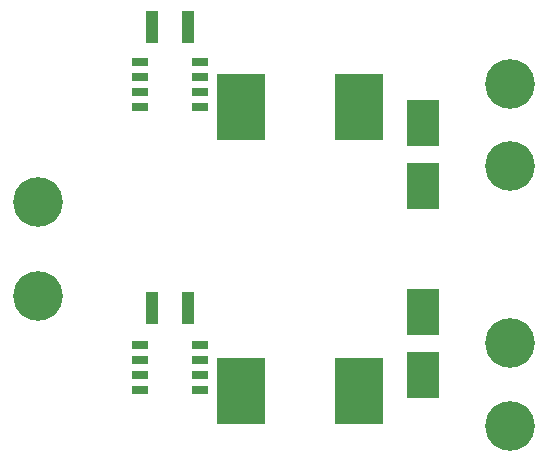
<source format=gts>
G04 Layer_Color=8388736*
%FSLAX44Y44*%
%MOMM*%
G71*
G01*
G75*
%ADD34R,1.1032X2.7032*%
%ADD35R,1.3982X0.7632*%
%ADD36R,4.0532X5.7032*%
%ADD37R,2.7532X3.9532*%
%ADD38C,4.2032*%
D34*
X146500Y200000D02*
D03*
X177500D02*
D03*
X177500Y438000D02*
D03*
X146500D02*
D03*
D35*
X187275Y130950D02*
D03*
Y143650D02*
D03*
Y156350D02*
D03*
Y169050D02*
D03*
X136725Y130950D02*
D03*
Y143650D02*
D03*
Y156350D02*
D03*
Y169050D02*
D03*
X187275Y369950D02*
D03*
Y382650D02*
D03*
Y395350D02*
D03*
Y408050D02*
D03*
X136725Y369950D02*
D03*
Y382650D02*
D03*
Y395350D02*
D03*
Y408050D02*
D03*
D36*
X321750Y130000D02*
D03*
X222250D02*
D03*
Y370000D02*
D03*
X321750D02*
D03*
D37*
X376000Y357000D02*
D03*
Y303000D02*
D03*
Y143000D02*
D03*
Y197000D02*
D03*
D38*
X450000Y100000D02*
D03*
Y170000D02*
D03*
Y320000D02*
D03*
X50000Y290000D02*
D03*
X450000Y390000D02*
D03*
X50000Y210000D02*
D03*
M02*

</source>
